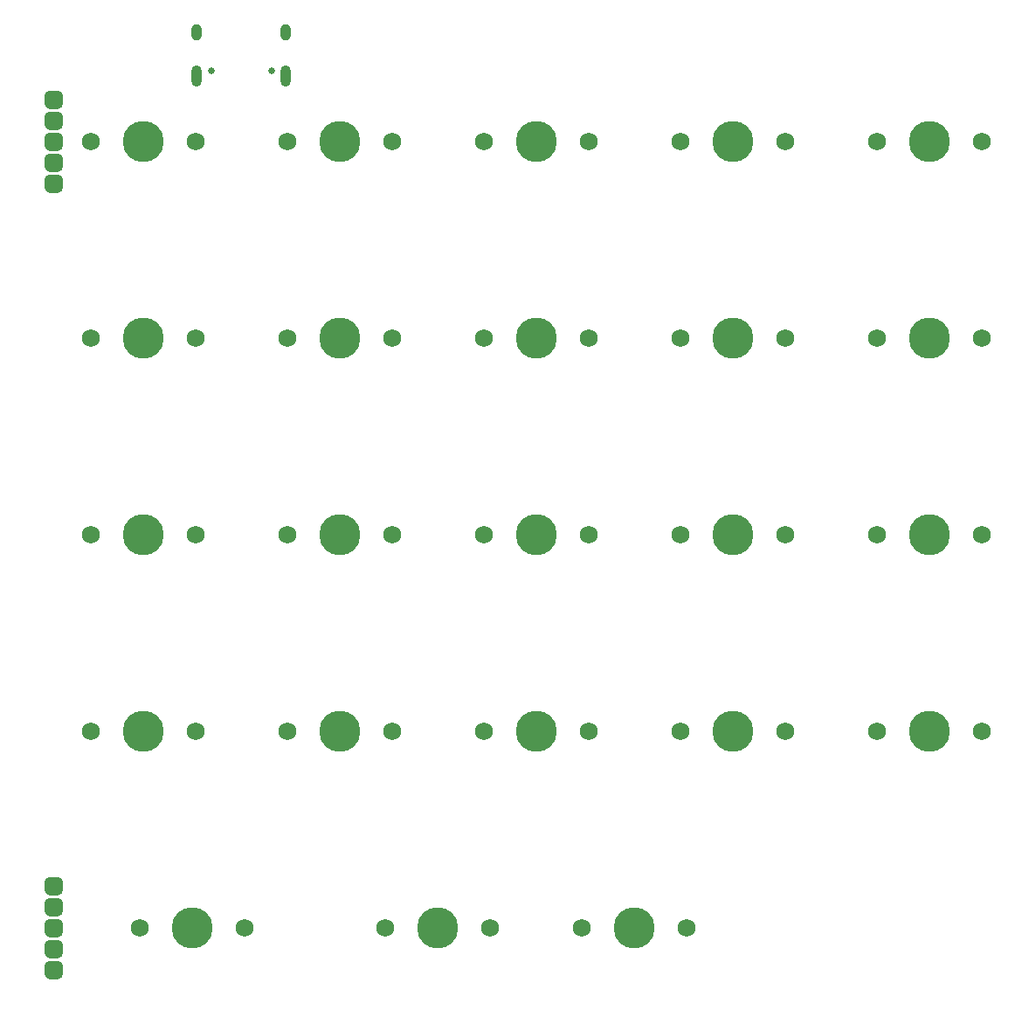
<source format=gts>
%TF.GenerationSoftware,KiCad,Pcbnew,(5.1.12)-1*%
%TF.CreationDate,2022-01-06T16:35:48-05:00*%
%TF.ProjectId,gasket-2,6761736b-6574-42d3-922e-6b696361645f,rev?*%
%TF.SameCoordinates,Original*%
%TF.FileFunction,Soldermask,Top*%
%TF.FilePolarity,Negative*%
%FSLAX46Y46*%
G04 Gerber Fmt 4.6, Leading zero omitted, Abs format (unit mm)*
G04 Created by KiCad (PCBNEW (5.1.12)-1) date 2022-01-06 16:35:48*
%MOMM*%
%LPD*%
G01*
G04 APERTURE LIST*
%ADD10C,1.750000*%
%ADD11C,3.987800*%
%ADD12C,0.650000*%
%ADD13O,1.000000X2.100000*%
%ADD14O,1.000000X1.600000*%
G04 APERTURE END LIST*
D10*
%TO.C,MX25*%
X131286250Y-50006250D03*
X121126250Y-50006250D03*
D11*
X126206250Y-50006250D03*
%TD*%
D10*
%TO.C,MX26*%
X131286250Y-69056250D03*
X121126250Y-69056250D03*
D11*
X126206250Y-69056250D03*
%TD*%
%TO.C,M2*%
G36*
G01*
X118418300Y-102685850D02*
X118418300Y-103562150D01*
G75*
G02*
X117980150Y-104000300I-438150J0D01*
G01*
X117103850Y-104000300D01*
G75*
G02*
X116665700Y-103562150I0J438150D01*
G01*
X116665700Y-102685850D01*
G75*
G02*
X117103850Y-102247700I438150J0D01*
G01*
X117980150Y-102247700D01*
G75*
G02*
X118418300Y-102685850I0J-438150D01*
G01*
G37*
G36*
G01*
X118418300Y-104717850D02*
X118418300Y-105594150D01*
G75*
G02*
X117980150Y-106032300I-438150J0D01*
G01*
X117103850Y-106032300D01*
G75*
G02*
X116665700Y-105594150I0J438150D01*
G01*
X116665700Y-104717850D01*
G75*
G02*
X117103850Y-104279700I438150J0D01*
G01*
X117980150Y-104279700D01*
G75*
G02*
X118418300Y-104717850I0J-438150D01*
G01*
G37*
G36*
G01*
X118418300Y-106749850D02*
X118418300Y-107626150D01*
G75*
G02*
X117980150Y-108064300I-438150J0D01*
G01*
X117103850Y-108064300D01*
G75*
G02*
X116665700Y-107626150I0J438150D01*
G01*
X116665700Y-106749850D01*
G75*
G02*
X117103850Y-106311700I438150J0D01*
G01*
X117980150Y-106311700D01*
G75*
G02*
X118418300Y-106749850I0J-438150D01*
G01*
G37*
G36*
G01*
X118418300Y-108781850D02*
X118418300Y-109658150D01*
G75*
G02*
X117980150Y-110096300I-438150J0D01*
G01*
X117103850Y-110096300D01*
G75*
G02*
X116665700Y-109658150I0J438150D01*
G01*
X116665700Y-108781850D01*
G75*
G02*
X117103850Y-108343700I438150J0D01*
G01*
X117980150Y-108343700D01*
G75*
G02*
X118418300Y-108781850I0J-438150D01*
G01*
G37*
G36*
G01*
X118418300Y-110813850D02*
X118418300Y-111690150D01*
G75*
G02*
X117980150Y-112128300I-438150J0D01*
G01*
X117103850Y-112128300D01*
G75*
G02*
X116665700Y-111690150I0J438150D01*
G01*
X116665700Y-110813850D01*
G75*
G02*
X117103850Y-110375700I438150J0D01*
G01*
X117980150Y-110375700D01*
G75*
G02*
X118418300Y-110813850I0J-438150D01*
G01*
G37*
%TD*%
%TO.C,M1*%
G36*
G01*
X116663700Y-35490150D02*
X116663700Y-34613850D01*
G75*
G02*
X117101850Y-34175700I438150J0D01*
G01*
X117978150Y-34175700D01*
G75*
G02*
X118416300Y-34613850I0J-438150D01*
G01*
X118416300Y-35490150D01*
G75*
G02*
X117978150Y-35928300I-438150J0D01*
G01*
X117101850Y-35928300D01*
G75*
G02*
X116663700Y-35490150I0J438150D01*
G01*
G37*
G36*
G01*
X116663700Y-33458150D02*
X116663700Y-32581850D01*
G75*
G02*
X117101850Y-32143700I438150J0D01*
G01*
X117978150Y-32143700D01*
G75*
G02*
X118416300Y-32581850I0J-438150D01*
G01*
X118416300Y-33458150D01*
G75*
G02*
X117978150Y-33896300I-438150J0D01*
G01*
X117101850Y-33896300D01*
G75*
G02*
X116663700Y-33458150I0J438150D01*
G01*
G37*
G36*
G01*
X116663700Y-31426150D02*
X116663700Y-30549850D01*
G75*
G02*
X117101850Y-30111700I438150J0D01*
G01*
X117978150Y-30111700D01*
G75*
G02*
X118416300Y-30549850I0J-438150D01*
G01*
X118416300Y-31426150D01*
G75*
G02*
X117978150Y-31864300I-438150J0D01*
G01*
X117101850Y-31864300D01*
G75*
G02*
X116663700Y-31426150I0J438150D01*
G01*
G37*
G36*
G01*
X116663700Y-29394150D02*
X116663700Y-28517850D01*
G75*
G02*
X117101850Y-28079700I438150J0D01*
G01*
X117978150Y-28079700D01*
G75*
G02*
X118416300Y-28517850I0J-438150D01*
G01*
X118416300Y-29394150D01*
G75*
G02*
X117978150Y-29832300I-438150J0D01*
G01*
X117101850Y-29832300D01*
G75*
G02*
X116663700Y-29394150I0J438150D01*
G01*
G37*
G36*
G01*
X116663700Y-27362150D02*
X116663700Y-26485850D01*
G75*
G02*
X117101850Y-26047700I438150J0D01*
G01*
X117978150Y-26047700D01*
G75*
G02*
X118416300Y-26485850I0J-438150D01*
G01*
X118416300Y-27362150D01*
G75*
G02*
X117978150Y-27800300I-438150J0D01*
G01*
X117101850Y-27800300D01*
G75*
G02*
X116663700Y-27362150I0J438150D01*
G01*
G37*
%TD*%
D10*
%TO.C,MX24*%
X131286250Y-30956250D03*
X121126250Y-30956250D03*
D11*
X126206250Y-30956250D03*
%TD*%
D10*
%TO.C,MX46*%
X207486250Y-88106250D03*
X197326250Y-88106250D03*
D11*
X202406250Y-88106250D03*
%TD*%
D10*
%TO.C,MX42*%
X188436250Y-88106250D03*
X178276250Y-88106250D03*
D11*
X183356250Y-88106250D03*
%TD*%
D10*
%TO.C,MX39*%
X188436250Y-30956250D03*
X178276250Y-30956250D03*
D11*
X183356250Y-30956250D03*
%TD*%
D12*
%TO.C,USB1*%
X138621250Y-24076250D03*
X132841250Y-24076250D03*
D13*
X131411250Y-24606250D03*
X140051250Y-24606250D03*
D14*
X131411250Y-20426250D03*
X140051250Y-20426250D03*
%TD*%
D10*
%TO.C,MX45*%
X207486250Y-69056250D03*
X197326250Y-69056250D03*
D11*
X202406250Y-69056250D03*
%TD*%
D10*
%TO.C,MX44*%
X207486250Y-50006250D03*
X197326250Y-50006250D03*
D11*
X202406250Y-50006250D03*
%TD*%
D10*
%TO.C,MX43*%
X207486250Y-30956250D03*
X197326250Y-30956250D03*
D11*
X202406250Y-30956250D03*
%TD*%
D10*
%TO.C,MX41*%
X188436250Y-69056250D03*
X178276250Y-69056250D03*
D11*
X183356250Y-69056250D03*
%TD*%
D10*
%TO.C,MX40*%
X188436250Y-50006250D03*
X178276250Y-50006250D03*
D11*
X183356250Y-50006250D03*
%TD*%
D10*
%TO.C,MX38*%
X178911250Y-107156250D03*
X168751250Y-107156250D03*
D11*
X173831250Y-107156250D03*
%TD*%
D10*
%TO.C,MX37*%
X169386250Y-88106250D03*
X159226250Y-88106250D03*
D11*
X164306250Y-88106250D03*
%TD*%
D10*
%TO.C,MX36*%
X169386250Y-69056250D03*
X159226250Y-69056250D03*
D11*
X164306250Y-69056250D03*
%TD*%
D10*
%TO.C,MX35*%
X169386250Y-50006250D03*
X159226250Y-50006250D03*
D11*
X164306250Y-50006250D03*
%TD*%
D10*
%TO.C,MX34*%
X169386250Y-30956250D03*
X159226250Y-30956250D03*
D11*
X164306250Y-30956250D03*
%TD*%
D10*
%TO.C,MX33*%
X159861250Y-107156250D03*
X149701250Y-107156250D03*
D11*
X154781250Y-107156250D03*
%TD*%
D10*
%TO.C,MX32*%
X150336250Y-88106250D03*
X140176250Y-88106250D03*
D11*
X145256250Y-88106250D03*
%TD*%
D10*
%TO.C,MX31*%
X150336250Y-69056250D03*
X140176250Y-69056250D03*
D11*
X145256250Y-69056250D03*
%TD*%
D10*
%TO.C,MX30*%
X150336250Y-50006250D03*
X140176250Y-50006250D03*
D11*
X145256250Y-50006250D03*
%TD*%
D10*
%TO.C,MX29*%
X150336250Y-30956250D03*
X140176250Y-30956250D03*
D11*
X145256250Y-30956250D03*
%TD*%
D10*
%TO.C,MX28*%
X136048750Y-107156250D03*
X125888750Y-107156250D03*
D11*
X130968750Y-107156250D03*
%TD*%
D10*
%TO.C,MX27*%
X131286250Y-88106250D03*
X121126250Y-88106250D03*
D11*
X126206250Y-88106250D03*
%TD*%
M02*

</source>
